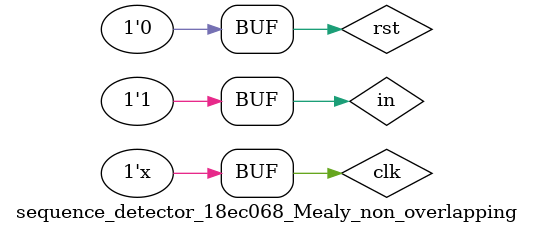
<source format=v>
`timescale 1ns / 1ps


module sequence_detector_18ec068_Mealy_non_overlapping;

	// Inputs
	reg in;
	reg clk;
	reg rst;

	// Outputs
	wire out;

	// Instantiate the Unit Under Test (UUT)
	sequence_detector_18ec068_Mealy_nonoverlaping uut (
		.in(in), 
		.clk(clk), 
		.rst(rst), 
		.out(out)
	);

	initial begin
		// Initialize Inputs
		in = 0;
		clk = 0;
		rst = 0;

		// Wait 100 ns for global reset to finish
		#10;
		
		rst=1;
		#10;
		rst=0;
		#10
		
		in=0;
		#10;
		
		in=1;
		#10;
		
		in=1;
		#10;
		
		in=0;
		#10;
		
		in=1;
		#10;
		
		in=0;
		#10;
		
		in=1;
		#10;
        
		// Add stimulus here

	end
   always #5clk=~clk;   
endmodule


</source>
